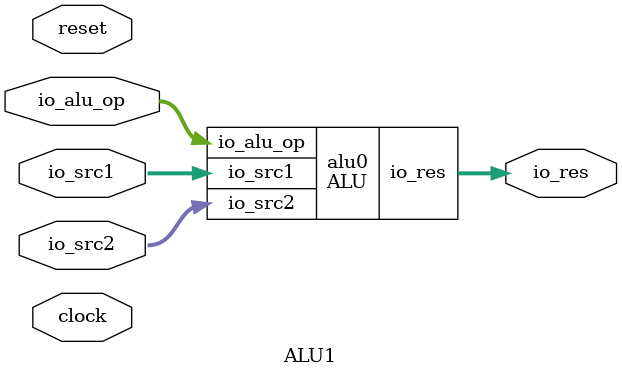
<source format=v>
module ALU(	// <stdin>:2:10
  input  [11:0] io_alu_op,
  input  [31:0] io_src1,
                io_src2,
  output [31:0] io_res);

  wire        add_sub = io_alu_op[1] | io_alu_op[2] | io_alu_op[3];	// ALU.scala:18:32, :19:32, :20:32, :30:36
  wire [31:0] or_res = io_src1 | io_src2;	// ALU.scala:35:27
  wire [62:0] sll_res = {31'h0, io_src1} << io_src2[4:0];	// ALU.scala:38:{27,37}
  wire [63:0] sr_res = {{32{io_src1[31] & io_alu_op[10]}}, io_src1} >> io_src2[4:0];	// ALU.scala:27:32, :32:26, :38:37, :39:39, :40:21, Bitwise.scala:77:12, Cat.scala:33:92
  assign io_res = (io_alu_op[10] | io_alu_op[9] ? sr_res[31:0] : 32'h0) | (io_alu_op[0] | io_alu_op[1] ?
                io_src1 + ({32{add_sub}} ^ io_src2) + {31'h0, add_sub} : 32'h0) | (io_alu_op[4] ? io_src1 &
                io_src2 : 32'h0) | (io_alu_op[6] ? or_res : 32'h0) | (io_alu_op[5] ? ~or_res : 32'h0) |
                (io_alu_op[7] ? io_src1 ^ io_src2 : 32'h0) | (io_alu_op[8] ? sll_res[31:0] : 32'h0) |
                (io_alu_op[11] ? io_src2 : 32'h0);	// <stdin>:2:10, ALU.scala:17:28, :18:32, :21:32, :22:32, :23:32, :24:32, :25:32, :26:32, :27:32, :28:32, :30:36, :31:{33,62}, :34:27, :35:27, :36:19, :37:27, :38:27, :40:21, :44:17, :50:17, Bitwise.scala:77:12, Mux.scala:27:73
endmodule

module ALU1(	// <stdin>:75:10
  input         clock,
                reset,
  input  [11:0] io_alu_op,
  input  [31:0] io_src1,
                io_src2,
  output [31:0] io_res);

  ALU alu0 (	// class ALU1 extends Module {.scala:12:22
    .io_alu_op (io_alu_op),
    .io_src1   (io_src1),
    .io_src2   (io_src2),
    .io_res    (io_res)
  );
endmodule


</source>
